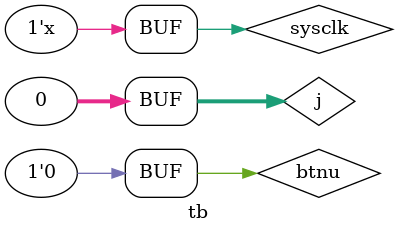
<source format=v>
module tb;

    parameter SYSCLK_PERIOD = 10; // 10 ns = 100 MHz

    // input signals to the test module
    reg sysclk = 1'b0;
    reg rstn   = 1'b0;
    reg btnu   = 1'b0;
//    reg btnc   = 1'b0;
//    reg btnd   = 1'b0;

    // output signals from the test module
//    wire cs_n;
//    wire mosi;
    wire sclk;
//    wire [15:0] led;

    // testbench signals and variables
    integer i = 0;
    integer j = 0;

    // DUT instantiation
    top dut
    (
        .SYSCLK        (sysclk),
        .RSTN          (rstn),
//        .SW            ('b0),
        .BTNU          (btnu),
//        .BTNC          (btnc),
//        .BTND          (btnd),
//        .STMPE610_CS_N (cs_n),
//        .MOSI          (mosi),
//        .SCLK          (sclk),
        .LED           (led)
    );


    // generate system clock
    initial sysclk = 1'b0;
    
    always #(SYSCLK_PERIOD / 2.0) sysclk = ~sysclk;

    // generate reset
    initial rstn = 1'b0;

    always @(posedge sysclk)
    begin
        i = i + 1;

        if (i == 10)
        begin
            #1 rstn <= 1'b1;
        end
    end


    // DUT stimulus
    initial
    begin
 /*
        {btnc, btnu, btnd} = 3'b000;

        wait (rstn == 1'b0);
        wait (rstn == 1'b1);
        
        for (j = 0; j < 20; j = j + 1) @(posedge sysclk);

        {btnc, btnu, btnd} = 3'b100;

        for (j = 0; j < 20; j = j + 1) @(posedge sysclk);

        {btnu, btnc, btnd} = 3'b000;

        for (j = 0; j < 400; j = j + 1) @(posedge sysclk);

        {btnc, btnu, btnd} = 3'b010;

        for (j = 0; j < 20; j = j + 1) @(posedge sysclk);

        {btnc, btnu, btnd} = 3'b000;

        for (j = 0; j < 400; j = j + 1) @(posedge sysclk);

        {btnc, btnu, btnd} = 3'b001;

        for (j = 0; j < 20; j = j + 1) @(posedge sysclk);

        {btnc, btnu, btnd} = 3'b000;

        for (j = 0; j < 400; j = j + 1) @(posedge sysclk);

        {btnc, btnu, btnd} = 3'b010;

        for (j = 0; j < 20; j = j + 1) @(posedge sysclk);

        forever @(posedge sysclk) {btnc, btnu, btnd} = 3'b000;
*/
    end

endmodule


</source>
